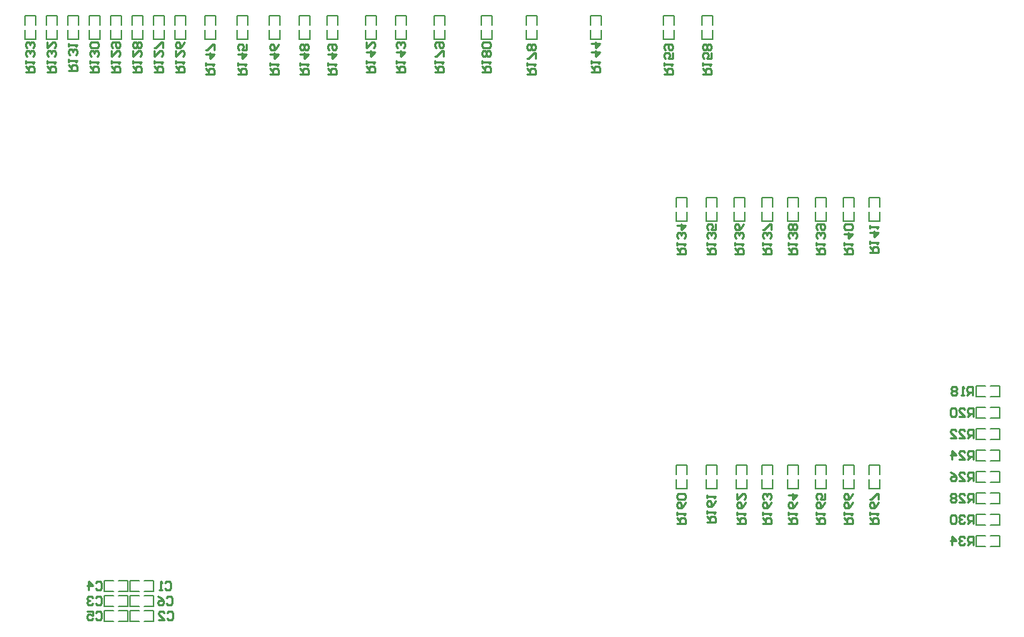
<source format=gbo>
G04*
G04 #@! TF.GenerationSoftware,Altium Limited,Altium Designer,22.3.1 (43)*
G04*
G04 Layer_Color=32896*
%FSLAX25Y25*%
%MOIN*%
G70*
G04*
G04 #@! TF.SameCoordinates,435ADCC5-F5F0-4A2A-A0AE-C26054AEAF53*
G04*
G04*
G04 #@! TF.FilePolarity,Positive*
G04*
G01*
G75*
%ADD12C,0.01000*%
%ADD13C,0.00500*%
D12*
X289001Y314002D02*
X292999D01*
Y316002D01*
X292333Y316668D01*
X291000D01*
X290334Y316002D01*
Y314002D01*
Y315335D02*
X289001Y316668D01*
Y318001D02*
Y319334D01*
Y318667D01*
X292999D01*
X292333Y318001D01*
Y321333D02*
X292999Y322000D01*
Y323333D01*
X292333Y323999D01*
X291666D01*
X291000Y323333D01*
X290334Y323999D01*
X289667D01*
X289001Y323333D01*
Y322000D01*
X289667Y321333D01*
X290334D01*
X291000Y322000D01*
X291666Y321333D01*
X292333D01*
X291000Y322000D02*
Y323333D01*
X292333Y325332D02*
X292999Y325998D01*
Y327331D01*
X292333Y327998D01*
X289667D01*
X289001Y327331D01*
Y325998D01*
X289667Y325332D01*
X292333D01*
X267001Y314002D02*
X270999D01*
Y316002D01*
X270333Y316668D01*
X269000D01*
X268334Y316002D01*
Y314002D01*
Y315335D02*
X267001Y316668D01*
Y318001D02*
Y319334D01*
Y318667D01*
X270999D01*
X270333Y318001D01*
X270999Y321333D02*
Y323999D01*
X270333D01*
X267667Y321333D01*
X267001D01*
X267667Y325332D02*
X267001Y325998D01*
Y327331D01*
X267667Y327998D01*
X270333D01*
X270999Y327331D01*
Y325998D01*
X270333Y325332D01*
X269666D01*
X269000Y325998D01*
Y327998D01*
X310001Y313002D02*
X313999D01*
Y315002D01*
X313333Y315668D01*
X312000D01*
X311333Y315002D01*
Y313002D01*
Y314335D02*
X310001Y315668D01*
Y317001D02*
Y318334D01*
Y317667D01*
X313999D01*
X313333Y317001D01*
X313999Y320333D02*
Y322999D01*
X313333D01*
X310667Y320333D01*
X310001D01*
X313333Y324332D02*
X313999Y324998D01*
Y326331D01*
X313333Y326998D01*
X312666D01*
X312000Y326331D01*
X311333Y326998D01*
X310667D01*
X310001Y326331D01*
Y324998D01*
X310667Y324332D01*
X311333D01*
X312000Y324998D01*
X312666Y324332D01*
X313333D01*
X312000Y324998D02*
Y326331D01*
X470001Y103002D02*
X473999D01*
Y105002D01*
X473333Y105668D01*
X472000D01*
X471334Y105002D01*
Y103002D01*
Y104335D02*
X470001Y105668D01*
Y107001D02*
Y108334D01*
Y107667D01*
X473999D01*
X473333Y107001D01*
X473999Y112999D02*
X473333Y111666D01*
X472000Y110333D01*
X470667D01*
X470001Y111000D01*
Y112333D01*
X470667Y112999D01*
X471334D01*
X472000Y112333D01*
Y110333D01*
X473999Y114332D02*
Y116998D01*
X473333D01*
X470667Y114332D01*
X470001D01*
X458001Y103002D02*
X461999D01*
Y105002D01*
X461333Y105668D01*
X460000D01*
X459334Y105002D01*
Y103002D01*
Y104335D02*
X458001Y105668D01*
Y107001D02*
Y108334D01*
Y107667D01*
X461999D01*
X461333Y107001D01*
X461999Y112999D02*
X461333Y111666D01*
X460000Y110333D01*
X458667D01*
X458001Y111000D01*
Y112333D01*
X458667Y112999D01*
X459334D01*
X460000Y112333D01*
Y110333D01*
X461999Y116998D02*
X461333Y115665D01*
X460000Y114332D01*
X458667D01*
X458001Y114998D01*
Y116331D01*
X458667Y116998D01*
X459334D01*
X460000Y116331D01*
Y114332D01*
X445001Y103002D02*
X448999D01*
Y105002D01*
X448333Y105668D01*
X447000D01*
X446334Y105002D01*
Y103002D01*
Y104335D02*
X445001Y105668D01*
Y107001D02*
Y108334D01*
Y107667D01*
X448999D01*
X448333Y107001D01*
X448999Y112999D02*
X448333Y111666D01*
X447000Y110333D01*
X445667D01*
X445001Y111000D01*
Y112333D01*
X445667Y112999D01*
X446334D01*
X447000Y112333D01*
Y110333D01*
X448999Y116998D02*
Y114332D01*
X447000D01*
X447666Y115665D01*
Y116331D01*
X447000Y116998D01*
X445667D01*
X445001Y116331D01*
Y114998D01*
X445667Y114332D01*
X432001Y103002D02*
X435999D01*
Y105002D01*
X435333Y105668D01*
X434000D01*
X433333Y105002D01*
Y103002D01*
Y104335D02*
X432001Y105668D01*
Y107001D02*
Y108334D01*
Y107667D01*
X435999D01*
X435333Y107001D01*
X435999Y112999D02*
X435333Y111666D01*
X434000Y110333D01*
X432667D01*
X432001Y111000D01*
Y112333D01*
X432667Y112999D01*
X433333D01*
X434000Y112333D01*
Y110333D01*
X432001Y116331D02*
X435999D01*
X434000Y114332D01*
Y116998D01*
X420001Y103002D02*
X423999D01*
Y105002D01*
X423333Y105668D01*
X422000D01*
X421334Y105002D01*
Y103002D01*
Y104335D02*
X420001Y105668D01*
Y107001D02*
Y108334D01*
Y107667D01*
X423999D01*
X423333Y107001D01*
X423999Y112999D02*
X423333Y111666D01*
X422000Y110333D01*
X420667D01*
X420001Y111000D01*
Y112333D01*
X420667Y112999D01*
X421334D01*
X422000Y112333D01*
Y110333D01*
X423333Y114332D02*
X423999Y114998D01*
Y116331D01*
X423333Y116998D01*
X422666D01*
X422000Y116331D01*
Y115665D01*
Y116331D01*
X421334Y116998D01*
X420667D01*
X420001Y116331D01*
Y114998D01*
X420667Y114332D01*
X408001Y103002D02*
X411999D01*
Y105002D01*
X411333Y105668D01*
X410000D01*
X409334Y105002D01*
Y103002D01*
Y104335D02*
X408001Y105668D01*
Y107001D02*
Y108334D01*
Y107667D01*
X411999D01*
X411333Y107001D01*
X411999Y112999D02*
X411333Y111666D01*
X410000Y110333D01*
X408667D01*
X408001Y111000D01*
Y112333D01*
X408667Y112999D01*
X409334D01*
X410000Y112333D01*
Y110333D01*
X408001Y116998D02*
Y114332D01*
X410666Y116998D01*
X411333D01*
X411999Y116331D01*
Y114998D01*
X411333Y114332D01*
X394001Y103669D02*
X397999D01*
Y105668D01*
X397333Y106334D01*
X396000D01*
X395334Y105668D01*
Y103669D01*
Y105002D02*
X394001Y106334D01*
Y107667D02*
Y109000D01*
Y108334D01*
X397999D01*
X397333Y107667D01*
X397999Y113665D02*
X397333Y112333D01*
X396000Y111000D01*
X394667D01*
X394001Y111666D01*
Y112999D01*
X394667Y113665D01*
X395334D01*
X396000Y112999D01*
Y111000D01*
X394001Y114998D02*
Y116331D01*
Y115665D01*
X397999D01*
X397333Y114998D01*
X380001Y103002D02*
X383999D01*
Y105002D01*
X383333Y105668D01*
X382000D01*
X381333Y105002D01*
Y103002D01*
Y104335D02*
X380001Y105668D01*
Y107001D02*
Y108334D01*
Y107667D01*
X383999D01*
X383333Y107001D01*
X383999Y112999D02*
X383333Y111666D01*
X382000Y110333D01*
X380667D01*
X380001Y111000D01*
Y112333D01*
X380667Y112999D01*
X381333D01*
X382000Y112333D01*
Y110333D01*
X383333Y114332D02*
X383999Y114998D01*
Y116331D01*
X383333Y116998D01*
X380667D01*
X380001Y116331D01*
Y114998D01*
X380667Y114332D01*
X383333D01*
X374001Y313002D02*
X377999D01*
Y315002D01*
X377333Y315668D01*
X376000D01*
X375334Y315002D01*
Y313002D01*
Y314335D02*
X374001Y315668D01*
Y317001D02*
Y318334D01*
Y317667D01*
X377999D01*
X377333Y317001D01*
X377999Y322999D02*
Y320333D01*
X376000D01*
X376666Y321666D01*
Y322333D01*
X376000Y322999D01*
X374667D01*
X374001Y322333D01*
Y321000D01*
X374667Y320333D01*
Y324332D02*
X374001Y324998D01*
Y326331D01*
X374667Y326998D01*
X377333D01*
X377999Y326331D01*
Y324998D01*
X377333Y324332D01*
X376666D01*
X376000Y324998D01*
Y326998D01*
X392001Y313002D02*
X395999D01*
Y315002D01*
X395333Y315668D01*
X394000D01*
X393334Y315002D01*
Y313002D01*
Y314335D02*
X392001Y315668D01*
Y317001D02*
Y318334D01*
Y317667D01*
X395999D01*
X395333Y317001D01*
X395999Y322999D02*
Y320333D01*
X394000D01*
X394666Y321666D01*
Y322333D01*
X394000Y322999D01*
X392667D01*
X392001Y322333D01*
Y321000D01*
X392667Y320333D01*
X395333Y324332D02*
X395999Y324998D01*
Y326331D01*
X395333Y326998D01*
X394666D01*
X394000Y326331D01*
X393334Y326998D01*
X392667D01*
X392001Y326331D01*
Y324998D01*
X392667Y324332D01*
X393334D01*
X394000Y324998D01*
X394666Y324332D01*
X395333D01*
X394000Y324998D02*
Y326331D01*
X217001Y313002D02*
X220999D01*
Y315002D01*
X220333Y315668D01*
X219000D01*
X218334Y315002D01*
Y313002D01*
Y314335D02*
X217001Y315668D01*
Y317001D02*
Y318334D01*
Y317667D01*
X220999D01*
X220333Y317001D01*
X217001Y322333D02*
X220999D01*
X219000Y320333D01*
Y322999D01*
X217667Y324332D02*
X217001Y324998D01*
Y326331D01*
X217667Y326998D01*
X220333D01*
X220999Y326331D01*
Y324998D01*
X220333Y324332D01*
X219666D01*
X219000Y324998D01*
Y326998D01*
X204001Y313002D02*
X207999D01*
Y315002D01*
X207333Y315668D01*
X206000D01*
X205333Y315002D01*
Y313002D01*
Y314335D02*
X204001Y315668D01*
Y317001D02*
Y318334D01*
Y317667D01*
X207999D01*
X207333Y317001D01*
X204001Y322333D02*
X207999D01*
X206000Y320333D01*
Y322999D01*
X207333Y324332D02*
X207999Y324998D01*
Y326331D01*
X207333Y326998D01*
X206666D01*
X206000Y326331D01*
X205333Y326998D01*
X204667D01*
X204001Y326331D01*
Y324998D01*
X204667Y324332D01*
X205333D01*
X206000Y324998D01*
X206666Y324332D01*
X207333D01*
X206000Y324998D02*
Y326331D01*
X160001Y313002D02*
X163999D01*
Y315002D01*
X163333Y315668D01*
X162000D01*
X161334Y315002D01*
Y313002D01*
Y314335D02*
X160001Y315668D01*
Y317001D02*
Y318334D01*
Y317667D01*
X163999D01*
X163333Y317001D01*
X160001Y322333D02*
X163999D01*
X162000Y320333D01*
Y322999D01*
X163999Y324332D02*
Y326998D01*
X163333D01*
X160667Y324332D01*
X160001D01*
X190001Y313002D02*
X193999D01*
Y315002D01*
X193333Y315668D01*
X192000D01*
X191333Y315002D01*
Y313002D01*
Y314335D02*
X190001Y315668D01*
Y317001D02*
Y318334D01*
Y317667D01*
X193999D01*
X193333Y317001D01*
X190001Y322333D02*
X193999D01*
X192000Y320333D01*
Y322999D01*
X193999Y326998D02*
X193333Y325665D01*
X192000Y324332D01*
X190667D01*
X190001Y324998D01*
Y326331D01*
X190667Y326998D01*
X191333D01*
X192000Y326331D01*
Y324332D01*
X175001Y313002D02*
X178999D01*
Y315002D01*
X178333Y315668D01*
X177000D01*
X176333Y315002D01*
Y313002D01*
Y314335D02*
X175001Y315668D01*
Y317001D02*
Y318334D01*
Y317667D01*
X178999D01*
X178333Y317001D01*
X175001Y322333D02*
X178999D01*
X177000Y320333D01*
Y322999D01*
X178999Y326998D02*
Y324332D01*
X177000D01*
X177666Y325665D01*
Y326331D01*
X177000Y326998D01*
X175667D01*
X175001Y326331D01*
Y324998D01*
X175667Y324332D01*
X340001Y314002D02*
X343999D01*
Y316002D01*
X343333Y316668D01*
X342000D01*
X341334Y316002D01*
Y314002D01*
Y315335D02*
X340001Y316668D01*
Y318001D02*
Y319334D01*
Y318667D01*
X343999D01*
X343333Y318001D01*
X340001Y323333D02*
X343999D01*
X342000Y321333D01*
Y323999D01*
X340001Y327331D02*
X343999D01*
X342000Y325332D01*
Y327998D01*
X249001Y314002D02*
X252999D01*
Y316002D01*
X252333Y316668D01*
X251000D01*
X250333Y316002D01*
Y314002D01*
Y315335D02*
X249001Y316668D01*
Y318001D02*
Y319334D01*
Y318667D01*
X252999D01*
X252333Y318001D01*
X249001Y323333D02*
X252999D01*
X251000Y321333D01*
Y323999D01*
X252333Y325332D02*
X252999Y325998D01*
Y327331D01*
X252333Y327998D01*
X251666D01*
X251000Y327331D01*
Y326665D01*
Y327331D01*
X250333Y327998D01*
X249667D01*
X249001Y327331D01*
Y325998D01*
X249667Y325332D01*
X235001Y314002D02*
X238999D01*
Y316002D01*
X238333Y316668D01*
X237000D01*
X236333Y316002D01*
Y314002D01*
Y315335D02*
X235001Y316668D01*
Y318001D02*
Y319334D01*
Y318667D01*
X238999D01*
X238333Y318001D01*
X235001Y323333D02*
X238999D01*
X237000Y321333D01*
Y323999D01*
X235001Y327998D02*
Y325332D01*
X237666Y327998D01*
X238333D01*
X238999Y327331D01*
Y325998D01*
X238333Y325332D01*
X470001Y229669D02*
X473999D01*
Y231668D01*
X473333Y232334D01*
X472000D01*
X471334Y231668D01*
Y229669D01*
Y231002D02*
X470001Y232334D01*
Y233667D02*
Y235000D01*
Y234334D01*
X473999D01*
X473333Y233667D01*
X470001Y238999D02*
X473999D01*
X472000Y237000D01*
Y239666D01*
X470001Y240998D02*
Y242331D01*
Y241665D01*
X473999D01*
X473333Y240998D01*
X458001Y229002D02*
X461999D01*
Y231002D01*
X461333Y231668D01*
X460000D01*
X459334Y231002D01*
Y229002D01*
Y230335D02*
X458001Y231668D01*
Y233001D02*
Y234334D01*
Y233667D01*
X461999D01*
X461333Y233001D01*
X458001Y238333D02*
X461999D01*
X460000Y236333D01*
Y238999D01*
X461333Y240332D02*
X461999Y240998D01*
Y242331D01*
X461333Y242998D01*
X458667D01*
X458001Y242331D01*
Y240998D01*
X458667Y240332D01*
X461333D01*
X445001Y229002D02*
X448999D01*
Y231002D01*
X448333Y231668D01*
X447000D01*
X446334Y231002D01*
Y229002D01*
Y230335D02*
X445001Y231668D01*
Y233001D02*
Y234334D01*
Y233667D01*
X448999D01*
X448333Y233001D01*
Y236333D02*
X448999Y237000D01*
Y238333D01*
X448333Y238999D01*
X447666D01*
X447000Y238333D01*
Y237666D01*
Y238333D01*
X446334Y238999D01*
X445667D01*
X445001Y238333D01*
Y237000D01*
X445667Y236333D01*
Y240332D02*
X445001Y240998D01*
Y242331D01*
X445667Y242998D01*
X448333D01*
X448999Y242331D01*
Y240998D01*
X448333Y240332D01*
X447666D01*
X447000Y240998D01*
Y242998D01*
X432001Y229002D02*
X435999D01*
Y231002D01*
X435333Y231668D01*
X434000D01*
X433334Y231002D01*
Y229002D01*
Y230335D02*
X432001Y231668D01*
Y233001D02*
Y234334D01*
Y233667D01*
X435999D01*
X435333Y233001D01*
Y236333D02*
X435999Y237000D01*
Y238333D01*
X435333Y238999D01*
X434666D01*
X434000Y238333D01*
Y237666D01*
Y238333D01*
X433334Y238999D01*
X432667D01*
X432001Y238333D01*
Y237000D01*
X432667Y236333D01*
X435333Y240332D02*
X435999Y240998D01*
Y242331D01*
X435333Y242998D01*
X434666D01*
X434000Y242331D01*
X433334Y242998D01*
X432667D01*
X432001Y242331D01*
Y240998D01*
X432667Y240332D01*
X433334D01*
X434000Y240998D01*
X434666Y240332D01*
X435333D01*
X434000Y240998D02*
Y242331D01*
X420001Y229002D02*
X423999D01*
Y231002D01*
X423333Y231668D01*
X422000D01*
X421334Y231002D01*
Y229002D01*
Y230335D02*
X420001Y231668D01*
Y233001D02*
Y234334D01*
Y233667D01*
X423999D01*
X423333Y233001D01*
Y236333D02*
X423999Y237000D01*
Y238333D01*
X423333Y238999D01*
X422666D01*
X422000Y238333D01*
Y237666D01*
Y238333D01*
X421334Y238999D01*
X420667D01*
X420001Y238333D01*
Y237000D01*
X420667Y236333D01*
X423999Y240332D02*
Y242998D01*
X423333D01*
X420667Y240332D01*
X420001D01*
X407001Y229002D02*
X410999D01*
Y231002D01*
X410333Y231668D01*
X409000D01*
X408334Y231002D01*
Y229002D01*
Y230335D02*
X407001Y231668D01*
Y233001D02*
Y234334D01*
Y233667D01*
X410999D01*
X410333Y233001D01*
Y236333D02*
X410999Y237000D01*
Y238333D01*
X410333Y238999D01*
X409666D01*
X409000Y238333D01*
Y237666D01*
Y238333D01*
X408334Y238999D01*
X407667D01*
X407001Y238333D01*
Y237000D01*
X407667Y236333D01*
X410999Y242998D02*
X410333Y241665D01*
X409000Y240332D01*
X407667D01*
X407001Y240998D01*
Y242331D01*
X407667Y242998D01*
X408334D01*
X409000Y242331D01*
Y240332D01*
X394001Y229002D02*
X397999D01*
Y231002D01*
X397333Y231668D01*
X396000D01*
X395334Y231002D01*
Y229002D01*
Y230335D02*
X394001Y231668D01*
Y233001D02*
Y234334D01*
Y233667D01*
X397999D01*
X397333Y233001D01*
Y236333D02*
X397999Y237000D01*
Y238333D01*
X397333Y238999D01*
X396666D01*
X396000Y238333D01*
Y237666D01*
Y238333D01*
X395334Y238999D01*
X394667D01*
X394001Y238333D01*
Y237000D01*
X394667Y236333D01*
X397999Y242998D02*
Y240332D01*
X396000D01*
X396666Y241665D01*
Y242331D01*
X396000Y242998D01*
X394667D01*
X394001Y242331D01*
Y240998D01*
X394667Y240332D01*
X380001Y229002D02*
X383999D01*
Y231002D01*
X383333Y231668D01*
X382000D01*
X381333Y231002D01*
Y229002D01*
Y230335D02*
X380001Y231668D01*
Y233001D02*
Y234334D01*
Y233667D01*
X383999D01*
X383333Y233001D01*
Y236333D02*
X383999Y237000D01*
Y238333D01*
X383333Y238999D01*
X382666D01*
X382000Y238333D01*
Y237666D01*
Y238333D01*
X381333Y238999D01*
X380667D01*
X380001Y238333D01*
Y237000D01*
X380667Y236333D01*
X380001Y242331D02*
X383999D01*
X382000Y240332D01*
Y242998D01*
X76001Y314002D02*
X79999D01*
Y316002D01*
X79333Y316668D01*
X78000D01*
X77334Y316002D01*
Y314002D01*
Y315335D02*
X76001Y316668D01*
Y318001D02*
Y319334D01*
Y318667D01*
X79999D01*
X79333Y318001D01*
Y321333D02*
X79999Y322000D01*
Y323333D01*
X79333Y323999D01*
X78666D01*
X78000Y323333D01*
Y322666D01*
Y323333D01*
X77334Y323999D01*
X76667D01*
X76001Y323333D01*
Y322000D01*
X76667Y321333D01*
X79333Y325332D02*
X79999Y325998D01*
Y327331D01*
X79333Y327998D01*
X78666D01*
X78000Y327331D01*
Y326665D01*
Y327331D01*
X77334Y327998D01*
X76667D01*
X76001Y327331D01*
Y325998D01*
X76667Y325332D01*
X86001Y314002D02*
X89999D01*
Y316002D01*
X89333Y316668D01*
X88000D01*
X87334Y316002D01*
Y314002D01*
Y315335D02*
X86001Y316668D01*
Y318001D02*
Y319334D01*
Y318667D01*
X89999D01*
X89333Y318001D01*
Y321333D02*
X89999Y322000D01*
Y323333D01*
X89333Y323999D01*
X88666D01*
X88000Y323333D01*
Y322666D01*
Y323333D01*
X87334Y323999D01*
X86667D01*
X86001Y323333D01*
Y322000D01*
X86667Y321333D01*
X86001Y327998D02*
Y325332D01*
X88666Y327998D01*
X89333D01*
X89999Y327331D01*
Y325998D01*
X89333Y325332D01*
X96001Y314669D02*
X99999D01*
Y316668D01*
X99333Y317335D01*
X98000D01*
X97334Y316668D01*
Y314669D01*
Y316002D02*
X96001Y317335D01*
Y318667D02*
Y320000D01*
Y319334D01*
X99999D01*
X99333Y318667D01*
Y322000D02*
X99999Y322666D01*
Y323999D01*
X99333Y324665D01*
X98666D01*
X98000Y323999D01*
Y323333D01*
Y323999D01*
X97334Y324665D01*
X96667D01*
X96001Y323999D01*
Y322666D01*
X96667Y322000D01*
X96001Y325998D02*
Y327331D01*
Y326665D01*
X99999D01*
X99333Y325998D01*
X106001Y314002D02*
X109999D01*
Y316002D01*
X109333Y316668D01*
X108000D01*
X107334Y316002D01*
Y314002D01*
Y315335D02*
X106001Y316668D01*
Y318001D02*
Y319334D01*
Y318667D01*
X109999D01*
X109333Y318001D01*
Y321333D02*
X109999Y322000D01*
Y323333D01*
X109333Y323999D01*
X108667D01*
X108000Y323333D01*
Y322666D01*
Y323333D01*
X107334Y323999D01*
X106667D01*
X106001Y323333D01*
Y322000D01*
X106667Y321333D01*
X109333Y325332D02*
X109999Y325998D01*
Y327331D01*
X109333Y327998D01*
X106667D01*
X106001Y327331D01*
Y325998D01*
X106667Y325332D01*
X109333D01*
X116001Y314002D02*
X119999D01*
Y316002D01*
X119333Y316668D01*
X118000D01*
X117333Y316002D01*
Y314002D01*
Y315335D02*
X116001Y316668D01*
Y318001D02*
Y319334D01*
Y318667D01*
X119999D01*
X119333Y318001D01*
X116001Y323999D02*
Y321333D01*
X118667Y323999D01*
X119333D01*
X119999Y323333D01*
Y322000D01*
X119333Y321333D01*
X116667Y325332D02*
X116001Y325998D01*
Y327331D01*
X116667Y327998D01*
X119333D01*
X119999Y327331D01*
Y325998D01*
X119333Y325332D01*
X118667D01*
X118000Y325998D01*
Y327998D01*
X126001Y314002D02*
X129999D01*
Y316002D01*
X129333Y316668D01*
X128000D01*
X127333Y316002D01*
Y314002D01*
Y315335D02*
X126001Y316668D01*
Y318001D02*
Y319334D01*
Y318667D01*
X129999D01*
X129333Y318001D01*
X126001Y323999D02*
Y321333D01*
X128666Y323999D01*
X129333D01*
X129999Y323333D01*
Y322000D01*
X129333Y321333D01*
Y325332D02*
X129999Y325998D01*
Y327331D01*
X129333Y327998D01*
X128666D01*
X128000Y327331D01*
X127333Y327998D01*
X126667D01*
X126001Y327331D01*
Y325998D01*
X126667Y325332D01*
X127333D01*
X128000Y325998D01*
X128666Y325332D01*
X129333D01*
X128000Y325998D02*
Y327331D01*
X136001Y314002D02*
X139999D01*
Y316002D01*
X139333Y316668D01*
X138000D01*
X137334Y316002D01*
Y314002D01*
Y315335D02*
X136001Y316668D01*
Y318001D02*
Y319334D01*
Y318667D01*
X139999D01*
X139333Y318001D01*
X136001Y323999D02*
Y321333D01*
X138666Y323999D01*
X139333D01*
X139999Y323333D01*
Y322000D01*
X139333Y321333D01*
X139999Y325332D02*
Y327998D01*
X139333D01*
X136667Y325332D01*
X136001D01*
X146001Y314002D02*
X149999D01*
Y316002D01*
X149333Y316668D01*
X148000D01*
X147334Y316002D01*
Y314002D01*
Y315335D02*
X146001Y316668D01*
Y318001D02*
Y319334D01*
Y318667D01*
X149999D01*
X149333Y318001D01*
X146001Y323999D02*
Y321333D01*
X148667Y323999D01*
X149333D01*
X149999Y323333D01*
Y322000D01*
X149333Y321333D01*
X149999Y327998D02*
X149333Y326665D01*
X148000Y325332D01*
X146667D01*
X146001Y325998D01*
Y327331D01*
X146667Y327998D01*
X147334D01*
X148000Y327331D01*
Y325332D01*
X518332Y93001D02*
Y96999D01*
X516332D01*
X515666Y96333D01*
Y95000D01*
X516332Y94334D01*
X518332D01*
X516999D02*
X515666Y93001D01*
X514333Y96333D02*
X513666Y96999D01*
X512333D01*
X511667Y96333D01*
Y95666D01*
X512333Y95000D01*
X513000D01*
X512333D01*
X511667Y94334D01*
Y93667D01*
X512333Y93001D01*
X513666D01*
X514333Y93667D01*
X508335Y93001D02*
Y96999D01*
X510334Y95000D01*
X507668D01*
X518332Y103001D02*
Y106999D01*
X516332D01*
X515666Y106333D01*
Y105000D01*
X516332Y104333D01*
X518332D01*
X516999D02*
X515666Y103001D01*
X514333Y106333D02*
X513666Y106999D01*
X512333D01*
X511667Y106333D01*
Y105666D01*
X512333Y105000D01*
X513000D01*
X512333D01*
X511667Y104333D01*
Y103667D01*
X512333Y103001D01*
X513666D01*
X514333Y103667D01*
X510334Y106333D02*
X509668Y106999D01*
X508335D01*
X507668Y106333D01*
Y103667D01*
X508335Y103001D01*
X509668D01*
X510334Y103667D01*
Y106333D01*
X518332Y113001D02*
Y116999D01*
X516332D01*
X515666Y116333D01*
Y115000D01*
X516332Y114333D01*
X518332D01*
X516999D02*
X515666Y113001D01*
X511667D02*
X514333D01*
X511667Y115666D01*
Y116333D01*
X512333Y116999D01*
X513666D01*
X514333Y116333D01*
X510334D02*
X509668Y116999D01*
X508335D01*
X507668Y116333D01*
Y115666D01*
X508335Y115000D01*
X507668Y114333D01*
Y113667D01*
X508335Y113001D01*
X509668D01*
X510334Y113667D01*
Y114333D01*
X509668Y115000D01*
X510334Y115666D01*
Y116333D01*
X509668Y115000D02*
X508335D01*
X518332Y123001D02*
Y126999D01*
X516332D01*
X515666Y126333D01*
Y125000D01*
X516332Y124334D01*
X518332D01*
X516999D02*
X515666Y123001D01*
X511667D02*
X514333D01*
X511667Y125666D01*
Y126333D01*
X512333Y126999D01*
X513666D01*
X514333Y126333D01*
X507668Y126999D02*
X509001Y126333D01*
X510334Y125000D01*
Y123667D01*
X509668Y123001D01*
X508335D01*
X507668Y123667D01*
Y124334D01*
X508335Y125000D01*
X510334D01*
X518332Y133001D02*
Y136999D01*
X516332D01*
X515666Y136333D01*
Y135000D01*
X516332Y134334D01*
X518332D01*
X516999D02*
X515666Y133001D01*
X511667D02*
X514333D01*
X511667Y135667D01*
Y136333D01*
X512333Y136999D01*
X513666D01*
X514333Y136333D01*
X508335Y133001D02*
Y136999D01*
X510334Y135000D01*
X507668D01*
X518332Y143001D02*
Y146999D01*
X516332D01*
X515666Y146333D01*
Y145000D01*
X516332Y144334D01*
X518332D01*
X516999D02*
X515666Y143001D01*
X511667D02*
X514333D01*
X511667Y145667D01*
Y146333D01*
X512333Y146999D01*
X513666D01*
X514333Y146333D01*
X507668Y143001D02*
X510334D01*
X507668Y145667D01*
Y146333D01*
X508335Y146999D01*
X509668D01*
X510334Y146333D01*
X518332Y153001D02*
Y156999D01*
X516332D01*
X515666Y156333D01*
Y155000D01*
X516332Y154333D01*
X518332D01*
X516999D02*
X515666Y153001D01*
X511667D02*
X514333D01*
X511667Y155666D01*
Y156333D01*
X512333Y156999D01*
X513666D01*
X514333Y156333D01*
X510334D02*
X509668Y156999D01*
X508335D01*
X507668Y156333D01*
Y153667D01*
X508335Y153001D01*
X509668D01*
X510334Y153667D01*
Y156333D01*
X517998Y163001D02*
Y166999D01*
X515999D01*
X515333Y166333D01*
Y165000D01*
X515999Y164333D01*
X517998D01*
X516666D02*
X515333Y163001D01*
X514000D02*
X512667D01*
X513333D01*
Y166999D01*
X514000Y166333D01*
X510667D02*
X510001Y166999D01*
X508668D01*
X508002Y166333D01*
Y165666D01*
X508668Y165000D01*
X508002Y164333D01*
Y163667D01*
X508668Y163001D01*
X510001D01*
X510667Y163667D01*
Y164333D01*
X510001Y165000D01*
X510667Y165666D01*
Y166333D01*
X510001Y165000D02*
X508668D01*
X141666Y68333D02*
X142333Y68999D01*
X143666D01*
X144332Y68333D01*
Y65667D01*
X143666Y65001D01*
X142333D01*
X141666Y65667D01*
X137668Y68999D02*
X139001Y68333D01*
X140333Y67000D01*
Y65667D01*
X139667Y65001D01*
X138334D01*
X137668Y65667D01*
Y66334D01*
X138334Y67000D01*
X140333D01*
X108667Y61333D02*
X109333Y61999D01*
X110666D01*
X111332Y61333D01*
Y58667D01*
X110666Y58001D01*
X109333D01*
X108667Y58667D01*
X104668Y61999D02*
X107334D01*
Y60000D01*
X106001Y60666D01*
X105334D01*
X104668Y60000D01*
Y58667D01*
X105334Y58001D01*
X106667D01*
X107334Y58667D01*
X108667Y75333D02*
X109333Y75999D01*
X110666D01*
X111332Y75333D01*
Y72667D01*
X110666Y72001D01*
X109333D01*
X108667Y72667D01*
X105334Y72001D02*
Y75999D01*
X107334Y74000D01*
X104668D01*
X108667Y68333D02*
X109333Y68999D01*
X110666D01*
X111332Y68333D01*
Y65667D01*
X110666Y65001D01*
X109333D01*
X108667Y65667D01*
X107334Y68333D02*
X106667Y68999D01*
X105334D01*
X104668Y68333D01*
Y67666D01*
X105334Y67000D01*
X106001D01*
X105334D01*
X104668Y66334D01*
Y65667D01*
X105334Y65001D01*
X106667D01*
X107334Y65667D01*
X141816Y61333D02*
X142482Y61999D01*
X143815D01*
X144482Y61333D01*
Y58667D01*
X143815Y58001D01*
X142482D01*
X141816Y58667D01*
X137817Y58001D02*
X140483D01*
X137817Y60666D01*
Y61333D01*
X138484Y61999D01*
X139817D01*
X140483Y61333D01*
X141000Y75333D02*
X141666Y75999D01*
X142999D01*
X143666Y75333D01*
Y72667D01*
X142999Y72001D01*
X141666D01*
X141000Y72667D01*
X139667Y72001D02*
X138334D01*
X139001D01*
Y75999D01*
X139667Y75333D01*
D13*
X150500Y329600D02*
Y333700D01*
X145500Y329600D02*
X150500D01*
X145500D02*
Y333800D01*
Y336300D02*
Y340400D01*
X150500D01*
Y336300D02*
Y340400D01*
X140500Y329600D02*
Y333700D01*
X135500Y329600D02*
X140500D01*
X135500D02*
Y333800D01*
Y336300D02*
Y340400D01*
X140500D01*
Y336300D02*
Y340400D01*
X130500Y329600D02*
Y333700D01*
X125500Y329600D02*
X130500D01*
X125500D02*
Y333800D01*
Y336300D02*
Y340400D01*
X130500D01*
Y336300D02*
Y340400D01*
X120500Y329600D02*
Y333700D01*
X115500Y329600D02*
X120500D01*
X115500D02*
Y333800D01*
Y336300D02*
Y340400D01*
X120500D01*
Y336300D02*
Y340400D01*
X110500Y329600D02*
Y333700D01*
X105500Y329600D02*
X110500D01*
X105500D02*
Y333800D01*
Y336300D02*
Y340400D01*
X110500D01*
Y336300D02*
Y340400D01*
X100500Y329600D02*
Y333700D01*
X95500Y329600D02*
X100500D01*
X95500D02*
Y333800D01*
Y336300D02*
Y340400D01*
X100500D01*
Y336300D02*
Y340400D01*
X90500Y329600D02*
Y333700D01*
X85500Y329600D02*
X90500D01*
X85500D02*
Y333800D01*
Y336300D02*
Y340400D01*
X90500D01*
Y336300D02*
Y340400D01*
X80500Y329600D02*
Y333700D01*
X75500Y329600D02*
X80500D01*
X75500D02*
Y333800D01*
Y336300D02*
Y340400D01*
X80500D01*
Y336300D02*
Y340400D01*
X384500Y251300D02*
Y255400D01*
X379500D02*
X384500D01*
X379500Y251300D02*
Y255400D01*
Y244600D02*
Y248800D01*
Y244600D02*
X384500D01*
Y248700D01*
X398500Y251300D02*
Y255400D01*
X393500D02*
X398500D01*
X393500Y251300D02*
Y255400D01*
Y244600D02*
Y248800D01*
Y244600D02*
X398500D01*
Y248700D01*
X411500Y251300D02*
Y255400D01*
X406500D02*
X411500D01*
X406500Y251300D02*
Y255400D01*
Y244600D02*
Y248800D01*
Y244600D02*
X411500D01*
Y248700D01*
X424500Y251300D02*
Y255400D01*
X419500D02*
X424500D01*
X419500Y251300D02*
Y255400D01*
Y244600D02*
Y248800D01*
Y244600D02*
X424500D01*
Y248700D01*
X436500Y251300D02*
Y255400D01*
X431500D02*
X436500D01*
X431500Y251300D02*
Y255400D01*
Y244600D02*
Y248800D01*
Y244600D02*
X436500D01*
Y248700D01*
X449500Y251300D02*
Y255400D01*
X444500D02*
X449500D01*
X444500Y251300D02*
Y255400D01*
Y244600D02*
Y248800D01*
Y244600D02*
X449500D01*
Y248700D01*
X462500Y251300D02*
Y255400D01*
X457500D02*
X462500D01*
X457500Y251300D02*
Y255400D01*
Y244600D02*
Y248800D01*
Y244600D02*
X462500D01*
Y248700D01*
X474500Y251300D02*
Y255400D01*
X469500D02*
X474500D01*
X469500Y251300D02*
Y255400D01*
Y244600D02*
Y248800D01*
Y244600D02*
X474500D01*
Y248700D01*
X239500Y329600D02*
Y333700D01*
X234500Y329600D02*
X239500D01*
X234500D02*
Y333800D01*
Y336300D02*
Y340400D01*
X239500D01*
Y336300D02*
Y340400D01*
X253500Y329600D02*
Y333700D01*
X248500Y329600D02*
X253500D01*
X248500D02*
Y333800D01*
Y336300D02*
Y340400D01*
X253500D01*
Y336300D02*
Y340400D01*
X344500Y329600D02*
Y333700D01*
X339500Y329600D02*
X344500D01*
X339500D02*
Y333800D01*
Y336300D02*
Y340400D01*
X344500D01*
Y336300D02*
Y340400D01*
X179500Y329600D02*
Y333700D01*
X174500Y329600D02*
X179500D01*
X174500D02*
Y333800D01*
Y336300D02*
Y340400D01*
X179500D01*
Y336300D02*
Y340400D01*
X194500Y329600D02*
Y333700D01*
X189500Y329600D02*
X194500D01*
X189500D02*
Y333800D01*
Y336300D02*
Y340400D01*
X194500D01*
Y336300D02*
Y340400D01*
X164500Y329600D02*
Y333700D01*
X159500Y329600D02*
X164500D01*
X159500D02*
Y333800D01*
Y336300D02*
Y340400D01*
X164500D01*
Y336300D02*
Y340400D01*
X208500Y329600D02*
Y333700D01*
X203500Y329600D02*
X208500D01*
X203500D02*
Y333800D01*
Y336300D02*
Y340400D01*
X208500D01*
Y336300D02*
Y340400D01*
X221500Y329600D02*
Y333700D01*
X216500Y329600D02*
X221500D01*
X216500D02*
Y333800D01*
Y336300D02*
Y340400D01*
X221500D01*
Y336300D02*
Y340400D01*
X396500Y329600D02*
Y333700D01*
X391500Y329600D02*
X396500D01*
X391500D02*
Y333800D01*
Y336300D02*
Y340400D01*
X396500D01*
Y336300D02*
Y340400D01*
X378500Y329600D02*
Y333700D01*
X373500Y329600D02*
X378500D01*
X373500D02*
Y333800D01*
Y336300D02*
Y340400D01*
X378500D01*
Y336300D02*
Y340400D01*
X384500Y119600D02*
Y123700D01*
X379500Y119600D02*
X384500D01*
X379500D02*
Y123800D01*
Y126300D02*
Y130400D01*
X384500D01*
Y126300D02*
Y130400D01*
X398500Y119600D02*
Y123700D01*
X393500Y119600D02*
X398500D01*
X393500D02*
Y123800D01*
Y126300D02*
Y130400D01*
X398500D01*
Y126300D02*
Y130400D01*
X412500Y119600D02*
Y123700D01*
X407500Y119600D02*
X412500D01*
X407500D02*
Y123800D01*
Y126300D02*
Y130400D01*
X412500D01*
Y126300D02*
Y130400D01*
X424500Y119600D02*
Y123700D01*
X419500Y119600D02*
X424500D01*
X419500D02*
Y123800D01*
Y126300D02*
Y130400D01*
X424500D01*
Y126300D02*
Y130400D01*
X436500Y119600D02*
Y123700D01*
X431500Y119600D02*
X436500D01*
X431500D02*
Y123800D01*
Y126300D02*
Y130400D01*
X436500D01*
Y126300D02*
Y130400D01*
X449500Y119600D02*
Y123700D01*
X444500Y119600D02*
X449500D01*
X444500D02*
Y123800D01*
Y126300D02*
Y130400D01*
X449500D01*
Y126300D02*
Y130400D01*
X462500Y119600D02*
Y123700D01*
X457500Y119600D02*
X462500D01*
X457500D02*
Y123800D01*
Y126300D02*
Y130400D01*
X462500D01*
Y126300D02*
Y130400D01*
X474500Y119600D02*
Y123700D01*
X469500Y119600D02*
X474500D01*
X469500D02*
Y123800D01*
Y126300D02*
Y130400D01*
X474500D01*
Y126300D02*
Y130400D01*
X314500Y329600D02*
Y333700D01*
X309500Y329600D02*
X314500D01*
X309500D02*
Y333800D01*
Y336300D02*
Y340400D01*
X314500D01*
Y336300D02*
Y340400D01*
X271500Y329600D02*
Y333700D01*
X266500Y329600D02*
X271500D01*
X266500D02*
Y333800D01*
Y336300D02*
Y340400D01*
X271500D01*
Y336300D02*
Y340400D01*
X293500Y329600D02*
Y333700D01*
X288500Y329600D02*
X293500D01*
X288500D02*
Y333800D01*
Y336300D02*
Y340400D01*
X293500D01*
Y336300D02*
Y340400D01*
X124600Y64500D02*
X128700D01*
X124600D02*
Y69500D01*
X128800D01*
X131300D02*
X135400D01*
Y64500D02*
Y69500D01*
X131300Y64500D02*
X135400D01*
X124600Y57500D02*
X128700D01*
X124600D02*
Y62500D01*
X128800D01*
X131300D02*
X135400D01*
Y57500D02*
Y62500D01*
X131300Y57500D02*
X135400D01*
X119300Y62500D02*
X123400D01*
Y57500D02*
Y62500D01*
X119200Y57500D02*
X123400D01*
X112600D02*
X116700D01*
X112600D02*
Y62500D01*
X116700D01*
X119300Y69500D02*
X123400D01*
Y64500D02*
Y69500D01*
X119200Y64500D02*
X123400D01*
X112600D02*
X116700D01*
X112600D02*
Y69500D01*
X116700D01*
X124600Y71500D02*
X128700D01*
X124600D02*
Y76500D01*
X128800D01*
X131300D02*
X135400D01*
Y71500D02*
Y76500D01*
X131300Y71500D02*
X135400D01*
X119300Y76500D02*
X123400D01*
Y71500D02*
Y76500D01*
X119200Y71500D02*
X123400D01*
X112600D02*
X116700D01*
X112600D02*
Y76500D01*
X116700D01*
X526300Y162500D02*
X530400D01*
Y167500D01*
X526300D02*
X530400D01*
X519600D02*
X523800D01*
X519600Y162500D02*
Y167500D01*
Y162500D02*
X523700D01*
X526300Y132500D02*
X530400D01*
Y137500D01*
X526300D02*
X530400D01*
X519600D02*
X523800D01*
X519600Y132500D02*
Y137500D01*
Y132500D02*
X523700D01*
X526300Y142500D02*
X530400D01*
Y147500D01*
X526300D02*
X530400D01*
X519600D02*
X523800D01*
X519600Y142500D02*
Y147500D01*
Y142500D02*
X523700D01*
X526300Y152500D02*
X530400D01*
Y157500D01*
X526300D02*
X530400D01*
X519600D02*
X523800D01*
X519600Y152500D02*
Y157500D01*
Y152500D02*
X523700D01*
X526300Y92500D02*
X530400D01*
Y97500D01*
X526300D02*
X530400D01*
X519600D02*
X523800D01*
X519600Y92500D02*
Y97500D01*
Y92500D02*
X523700D01*
X526300Y102500D02*
X530400D01*
Y107500D01*
X526300D02*
X530400D01*
X519600D02*
X523800D01*
X519600Y102500D02*
Y107500D01*
Y102500D02*
X523700D01*
X526300Y122500D02*
X530400D01*
Y127500D01*
X526300D02*
X530400D01*
X519600D02*
X523800D01*
X519600Y122500D02*
Y127500D01*
Y122500D02*
X523700D01*
X526300Y112500D02*
X530400D01*
Y117500D01*
X526300D02*
X530400D01*
X519600D02*
X523800D01*
X519600Y112500D02*
Y117500D01*
Y112500D02*
X523700D01*
M02*

</source>
